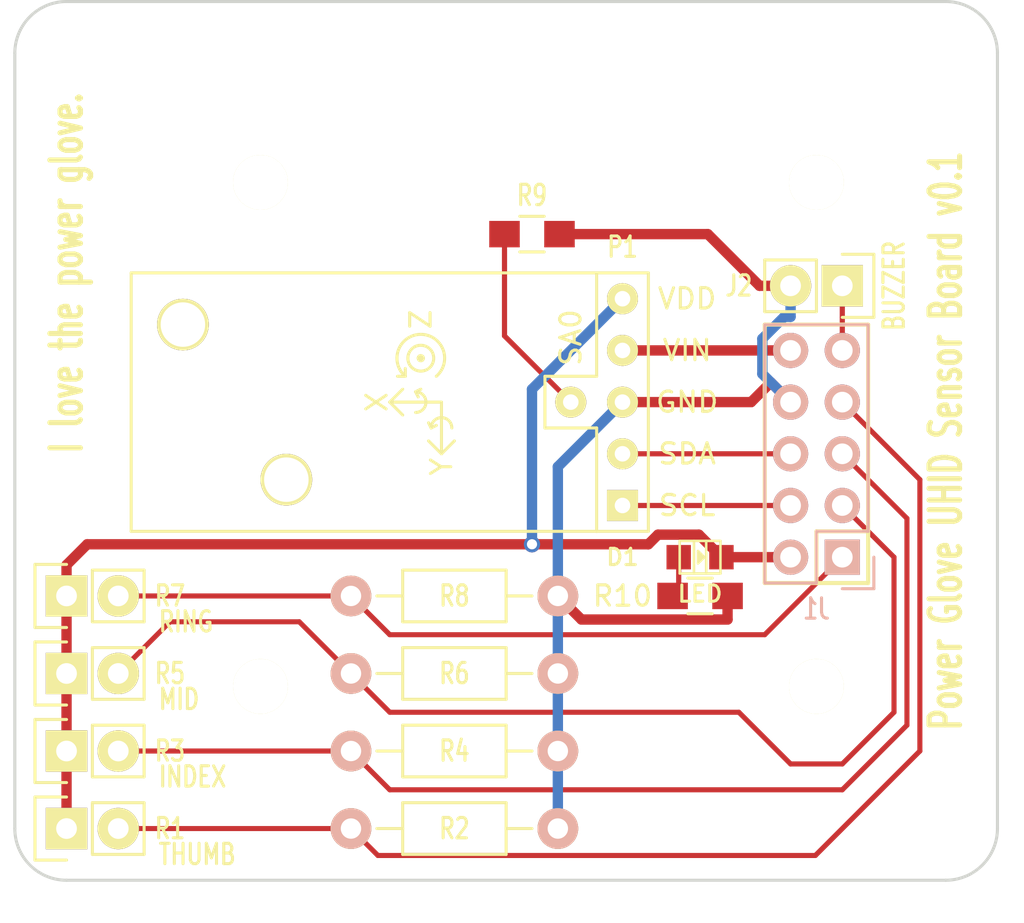
<source format=kicad_pcb>
(kicad_pcb (version 20171130) (host pcbnew "(5.1.12)-1")

  (general
    (thickness 1.6)
    (drawings 25)
    (tracks 67)
    (zones 0)
    (modules 18)
    (nets 13)
  )

  (page USLetter)
  (title_block
    (title "Power Glove UHID Sensor Board")
    (date 2016-03-24)
    (rev 0.1)
  )

  (layers
    (0 F.Cu signal)
    (31 B.Cu signal)
    (32 B.Adhes user hide)
    (33 F.Adhes user hide)
    (34 B.Paste user)
    (35 F.Paste user)
    (36 B.SilkS user)
    (37 F.SilkS user)
    (38 B.Mask user)
    (39 F.Mask user)
    (40 Dwgs.User user)
    (41 Cmts.User user)
    (42 Eco1.User user)
    (43 Eco2.User user)
    (44 Edge.Cuts user)
    (45 Margin user)
    (46 B.CrtYd user)
    (47 F.CrtYd user)
    (48 B.Fab user)
    (49 F.Fab user)
  )

  (setup
    (last_trace_width 0.254)
    (user_trace_width 0.254)
    (user_trace_width 0.508)
    (user_trace_width 1.016)
    (trace_clearance 0.254)
    (zone_clearance 0.254)
    (zone_45_only no)
    (trace_min 0.2)
    (via_size 0.6)
    (via_drill 0.4)
    (via_min_size 0.4)
    (via_min_drill 0.3)
    (user_via 0.6 0.4)
    (user_via 0.8 0.5)
    (user_via 1 0.6)
    (uvia_size 0.3)
    (uvia_drill 0.1)
    (uvias_allowed no)
    (uvia_min_size 0.2)
    (uvia_min_drill 0.1)
    (edge_width 0.15)
    (segment_width 0.2)
    (pcb_text_width 0.3)
    (pcb_text_size 1.5 1.5)
    (mod_edge_width 0.15)
    (mod_text_size 0.75 1)
    (mod_text_width 0.15)
    (pad_size 1.7272 1.7272)
    (pad_drill 1.016)
    (pad_to_mask_clearance 0.2)
    (aux_axis_origin 127 76.2)
    (grid_origin 127 76.2)
    (visible_elements 7FFFFFFF)
    (pcbplotparams
      (layerselection 0x010f0_80000001)
      (usegerberextensions true)
      (usegerberattributes true)
      (usegerberadvancedattributes true)
      (creategerberjobfile true)
      (excludeedgelayer true)
      (linewidth 0.200000)
      (plotframeref false)
      (viasonmask false)
      (mode 1)
      (useauxorigin false)
      (hpglpennumber 1)
      (hpglpenspeed 20)
      (hpglpendiameter 15.000000)
      (psnegative false)
      (psa4output false)
      (plotreference true)
      (plotvalue false)
      (plotinvisibletext false)
      (padsonsilk false)
      (subtractmaskfromsilk false)
      (outputformat 1)
      (mirror false)
      (drillshape 0)
      (scaleselection 1)
      (outputdirectory "gerbers/sensor_board/"))
  )

  (net 0 "")
  (net 1 GND)
  (net 2 "Net-(P1-Pad6)")
  (net 3 /IMU_SCL)
  (net 4 /IMU_SDA)
  (net 5 +3V3)
  (net 6 /FLEX_THUMB)
  (net 7 /FLEX_INDEX)
  (net 8 /FLEX_MIDDLE)
  (net 9 /FLEX_RING)
  (net 10 /BUZZER)
  (net 11 "Net-(D1-Pad1)")
  (net 12 /VIN)

  (net_class Default "This is the default net class."
    (clearance 0.254)
    (trace_width 0.254)
    (via_dia 0.6)
    (via_drill 0.4)
    (uvia_dia 0.3)
    (uvia_drill 0.1)
    (add_net /BUZZER)
    (add_net /FLEX_INDEX)
    (add_net /FLEX_MIDDLE)
    (add_net /FLEX_RING)
    (add_net /FLEX_THUMB)
    (add_net /IMU_SCL)
    (add_net /IMU_SDA)
    (add_net "Net-(D1-Pad1)")
    (add_net "Net-(P1-Pad6)")
  )

  (net_class Power ""
    (clearance 0.254)
    (trace_width 0.508)
    (via_dia 0.8)
    (via_drill 0.5)
    (uvia_dia 0.3)
    (uvia_drill 0.1)
    (add_net +3V3)
    (add_net /VIN)
    (add_net GND)
  )

  (module Mounting_Holes:MountingHole_2.7mm_M2.5 (layer F.Cu) (tedit 56F256DF) (tstamp 56F381E5)
    (at 139.065 109.855)
    (descr "Mounting Hole 2.7mm, no annular, M2.5")
    (tags "mounting hole 2.7mm no annular m2.5")
    (fp_text reference REF**_4 (at 0 -3.7) (layer F.SilkS) hide
      (effects (font (size 1 0.75) (thickness 0.15)))
    )
    (fp_text value MountingHole_2.7mm_M2.5 (at 0 3.7) (layer F.Fab)
      (effects (font (size 1 1) (thickness 0.15)))
    )
    (fp_circle (center 0 0) (end 2.95 0) (layer F.CrtYd) (width 0.05))
    (fp_circle (center 0 0) (end 2.7 0) (layer Cmts.User) (width 0.15))
    (pad 1 np_thru_hole circle (at 0 0) (size 2.7 2.7) (drill 2.7) (layers *.Cu *.Mask F.SilkS))
  )

  (module Mounting_Holes:MountingHole_2.7mm_M2.5 (layer F.Cu) (tedit 56F256D6) (tstamp 56F381DF)
    (at 166.37 109.855)
    (descr "Mounting Hole 2.7mm, no annular, M2.5")
    (tags "mounting hole 2.7mm no annular m2.5")
    (fp_text reference REF**_3 (at 0 -3.7) (layer F.SilkS) hide
      (effects (font (size 1 0.75) (thickness 0.15)))
    )
    (fp_text value MountingHole_2.7mm_M2.5 (at 0 3.7) (layer F.Fab)
      (effects (font (size 1 1) (thickness 0.15)))
    )
    (fp_circle (center 0 0) (end 2.95 0) (layer F.CrtYd) (width 0.05))
    (fp_circle (center 0 0) (end 2.7 0) (layer Cmts.User) (width 0.15))
    (pad 1 np_thru_hole circle (at 0 0) (size 2.7 2.7) (drill 2.7) (layers *.Cu *.Mask F.SilkS))
  )

  (module Mounting_Holes:MountingHole_2.7mm_M2.5 (layer F.Cu) (tedit 56F256D9) (tstamp 56F381D9)
    (at 166.37 85.09)
    (descr "Mounting Hole 2.7mm, no annular, M2.5")
    (tags "mounting hole 2.7mm no annular m2.5")
    (fp_text reference REF**_2 (at 0 -3.7) (layer F.SilkS) hide
      (effects (font (size 1 0.75) (thickness 0.15)))
    )
    (fp_text value MountingHole_2.7mm_M2.5 (at 0 3.7) (layer F.Fab)
      (effects (font (size 1 1) (thickness 0.15)))
    )
    (fp_circle (center 0 0) (end 2.95 0) (layer F.CrtYd) (width 0.05))
    (fp_circle (center 0 0) (end 2.7 0) (layer Cmts.User) (width 0.15))
    (pad 1 np_thru_hole circle (at 0 0) (size 2.7 2.7) (drill 2.7) (layers *.Cu *.Mask F.SilkS))
  )

  (module custom:ALTIMU10 (layer F.Cu) (tedit 56C005D9) (tstamp 56C015C4)
    (at 156.845 95.885 90)
    (path /56C00ADD)
    (fp_text reference P1 (at 7.62 0 180) (layer F.SilkS)
      (effects (font (size 1 0.75) (thickness 0.15)))
    )
    (fp_text value CONN_01X06 (at 0 -5.08 90) (layer F.Fab)
      (effects (font (size 1 1) (thickness 0.15)))
    )
    (fp_circle (center 2.159 -9.906) (end 2.159 -10.033) (layer F.SilkS) (width 0.15))
    (fp_circle (center 2.159 -9.906) (end 2.159 -10.541) (layer F.SilkS) (width 0.15))
    (fp_line (start -6.35 1.27) (end -6.35 -1.27) (layer F.SilkS) (width 0.15))
    (fp_line (start 6.35 1.27) (end -6.35 1.27) (layer F.SilkS) (width 0.15))
    (fp_line (start 6.35 -1.27) (end 6.35 1.27) (layer F.SilkS) (width 0.15))
    (fp_line (start 1.27 -1.27) (end 6.35 -1.27) (layer F.SilkS) (width 0.15))
    (fp_line (start 1.27 -3.81) (end 1.27 -1.27) (layer F.SilkS) (width 0.15))
    (fp_line (start -1.27 -3.81) (end 1.27 -3.81) (layer F.SilkS) (width 0.15))
    (fp_line (start -1.27 -1.27) (end -1.27 -3.81) (layer F.SilkS) (width 0.15))
    (fp_line (start -6.35 -1.27) (end -1.27 -1.27) (layer F.SilkS) (width 0.15))
    (fp_line (start 6.35 -1.27) (end 6.35 -24.13) (layer F.SilkS) (width 0.15))
    (fp_line (start 6.35 -24.13) (end -6.35 -24.13) (layer F.SilkS) (width 0.15))
    (fp_line (start -6.35 -24.13) (end -6.35 -1.27) (layer F.SilkS) (width 0.15))
    (fp_line (start 0 -8.89) (end 0 -11.43) (layer F.SilkS) (width 0.15))
    (fp_line (start 0 -11.43) (end 0.635 -10.795) (layer F.SilkS) (width 0.15))
    (fp_line (start 0 -11.43) (end -0.635 -10.795) (layer F.SilkS) (width 0.15))
    (fp_line (start 0 -8.89) (end -2.54 -8.89) (layer F.SilkS) (width 0.15))
    (fp_line (start -2.54 -8.89) (end -1.905 -9.525) (layer F.SilkS) (width 0.15))
    (fp_line (start -2.54 -8.89) (end -1.905 -8.255) (layer F.SilkS) (width 0.15))
    (fp_line (start 2.159 -10.033) (end 2.159 -9.779) (layer F.SilkS) (width 0.15))
    (fp_line (start 1.27 -10.668) (end 1.27 -11.049) (layer F.SilkS) (width 0.15))
    (fp_line (start 1.27 -10.668) (end 1.651 -10.668) (layer F.SilkS) (width 0.15))
    (fp_line (start -1.27 -9.398) (end -1.016 -9.525) (layer F.SilkS) (width 0.15))
    (fp_line (start -1.27 -9.398) (end -1.143 -9.144) (layer F.SilkS) (width 0.15))
    (fp_line (start 0.508 -10.16) (end 0.254 -10.033) (layer F.SilkS) (width 0.15))
    (fp_line (start 0.508 -10.16) (end 0.635 -9.906) (layer F.SilkS) (width 0.15))
    (fp_text user Z (at 4.064 -9.906 90) (layer F.SilkS)
      (effects (font (size 1 1) (thickness 0.15)))
    )
    (fp_text user Y (at -3.175 -8.89 90) (layer F.SilkS)
      (effects (font (size 1 1) (thickness 0.15)))
    )
    (fp_text user X (at 0 -12.065 90) (layer F.SilkS)
      (effects (font (size 1 1) (thickness 0.15)))
    )
    (fp_text user SA0 (at 3.175 -2.54 90) (layer F.SilkS)
      (effects (font (size 1 1) (thickness 0.15)))
    )
    (fp_text user VDD (at 5.08 3.175) (layer F.SilkS)
      (effects (font (size 1 1) (thickness 0.15)))
    )
    (fp_text user VIN (at 2.54 3.175 180) (layer F.SilkS)
      (effects (font (size 1 1) (thickness 0.15)))
    )
    (fp_text user GND (at 0 3.175 180) (layer F.SilkS)
      (effects (font (size 1 1) (thickness 0.15)))
    )
    (fp_text user SDA (at -2.54 3.175 180) (layer F.SilkS)
      (effects (font (size 1 1) (thickness 0.15)))
    )
    (fp_text user SCL (at -5.08 3.175 180) (layer F.SilkS)
      (effects (font (size 1 1) (thickness 0.15)))
    )
    (fp_arc (start -1.27 -8.89) (end -1.27 -9.398) (angle 180) (layer F.SilkS) (width 0.15))
    (fp_arc (start 0 -10.16) (end 0.508 -10.16) (angle 180) (layer F.SilkS) (width 0.15))
    (fp_arc (start 2.159 -9.906) (end 1.27 -10.668) (angle 278.7974107) (layer F.SilkS) (width 0.15))
    (pad 6 thru_hole circle (at 0 -2.54 90) (size 1.524 1.524) (drill 0.762) (layers *.Cu *.Mask F.SilkS)
      (net 2 "Net-(P1-Pad6)"))
    (pad 1 thru_hole rect (at -5.08 0 90) (size 1.524 1.524) (drill 0.762) (layers *.Cu *.Mask F.SilkS)
      (net 3 /IMU_SCL))
    (pad 2 thru_hole circle (at -2.54 0 90) (size 1.524 1.524) (drill 0.762) (layers *.Cu *.Mask F.SilkS)
      (net 4 /IMU_SDA))
    (pad 3 thru_hole circle (at 0 0 90) (size 1.524 1.524) (drill 0.762) (layers *.Cu *.Mask F.SilkS)
      (net 1 GND))
    (pad 4 thru_hole circle (at 2.54 0 90) (size 1.524 1.524) (drill 0.762) (layers *.Cu *.Mask F.SilkS)
      (net 12 /VIN))
    (pad 5 thru_hole circle (at 5.08 0 90) (size 1.524 1.524) (drill 0.762) (layers *.Cu *.Mask F.SilkS)
      (net 5 +3V3))
    (pad "" np_thru_hole circle (at 3.81 -21.59 90) (size 2.54 2.54) (drill 2.1844) (layers *.Cu *.Mask F.SilkS))
    (pad "" np_thru_hole circle (at -3.81 -16.51 90) (size 2.54 2.54) (drill 2.1844) (layers *.Cu *.Mask F.SilkS))
  )

  (module Resistors_SMD:R_0805_HandSoldering (layer F.Cu) (tedit 54189DEE) (tstamp 56C01602)
    (at 152.4 87.63 180)
    (descr "Resistor SMD 0805, hand soldering")
    (tags "resistor 0805")
    (path /56C0184F)
    (attr smd)
    (fp_text reference R9 (at 0 1.905 180) (layer F.SilkS)
      (effects (font (size 1 0.75) (thickness 0.15)))
    )
    (fp_text value DNP (at 0 2.1 180) (layer F.Fab)
      (effects (font (size 1 1) (thickness 0.15)))
    )
    (fp_line (start -0.6 -0.875) (end 0.6 -0.875) (layer F.SilkS) (width 0.15))
    (fp_line (start 0.6 0.875) (end -0.6 0.875) (layer F.SilkS) (width 0.15))
    (fp_line (start 2.4 -1) (end 2.4 1) (layer F.CrtYd) (width 0.05))
    (fp_line (start -2.4 -1) (end -2.4 1) (layer F.CrtYd) (width 0.05))
    (fp_line (start -2.4 1) (end 2.4 1) (layer F.CrtYd) (width 0.05))
    (fp_line (start -2.4 -1) (end 2.4 -1) (layer F.CrtYd) (width 0.05))
    (pad 1 smd rect (at -1.35 0 180) (size 1.5 1.3) (layers F.Cu F.Paste F.Mask)
      (net 1 GND))
    (pad 2 smd rect (at 1.35 0 180) (size 1.5 1.3) (layers F.Cu F.Paste F.Mask)
      (net 2 "Net-(P1-Pad6)"))
    (model Resistors_SMD.3dshapes/R_0805_HandSoldering.wrl
      (at (xyz 0 0 0))
      (scale (xyz 1 1 1))
      (rotate (xyz 0 0 0))
    )
  )

  (module Socket_Strips:Socket_Strip_Straight_1x02 (layer F.Cu) (tedit 54E9F75E) (tstamp 56C01FB4)
    (at 129.54 116.84)
    (descr "Through hole socket strip")
    (tags "socket strip")
    (path /56BFFADF)
    (fp_text reference R1 (at 5.08 0 180) (layer F.SilkS)
      (effects (font (size 1 0.75) (thickness 0.15)))
    )
    (fp_text value PG_FLEX (at 0 -3.1) (layer F.Fab)
      (effects (font (size 1 1) (thickness 0.15)))
    )
    (fp_line (start 3.81 -1.27) (end 3.81 1.27) (layer F.SilkS) (width 0.15))
    (fp_line (start 1.27 -1.27) (end 3.81 -1.27) (layer F.SilkS) (width 0.15))
    (fp_line (start -1.55 -1.55) (end -1.55 1.55) (layer F.SilkS) (width 0.15))
    (fp_line (start 0 -1.55) (end -1.55 -1.55) (layer F.SilkS) (width 0.15))
    (fp_line (start 1.27 1.27) (end 1.27 -1.27) (layer F.SilkS) (width 0.15))
    (fp_line (start -1.75 1.75) (end 4.3 1.75) (layer F.CrtYd) (width 0.05))
    (fp_line (start -1.75 -1.75) (end 4.3 -1.75) (layer F.CrtYd) (width 0.05))
    (fp_line (start 4.3 -1.75) (end 4.3 1.75) (layer F.CrtYd) (width 0.05))
    (fp_line (start -1.75 -1.75) (end -1.75 1.75) (layer F.CrtYd) (width 0.05))
    (fp_line (start 3.81 1.27) (end 1.27 1.27) (layer F.SilkS) (width 0.15))
    (fp_line (start -1.55 1.55) (end 0 1.55) (layer F.SilkS) (width 0.15))
    (pad 1 thru_hole rect (at 0 0) (size 2.032 2.032) (drill 1.016) (layers *.Cu *.Mask F.SilkS)
      (net 5 +3V3))
    (pad 2 thru_hole oval (at 2.54 0) (size 2.032 2.032) (drill 1.016) (layers *.Cu *.Mask F.SilkS)
      (net 6 /FLEX_THUMB))
  )

  (module Socket_Strips:Socket_Strip_Straight_1x02 (layer F.Cu) (tedit 54E9F75E) (tstamp 56C01FB9)
    (at 129.54 113.03)
    (descr "Through hole socket strip")
    (tags "socket strip")
    (path /56BFFCC9)
    (fp_text reference R3 (at 5.08 0 180) (layer F.SilkS)
      (effects (font (size 1 0.75) (thickness 0.15)))
    )
    (fp_text value PG_FLEX (at 0 -3.1) (layer F.Fab)
      (effects (font (size 1 1) (thickness 0.15)))
    )
    (fp_line (start 3.81 -1.27) (end 3.81 1.27) (layer F.SilkS) (width 0.15))
    (fp_line (start 1.27 -1.27) (end 3.81 -1.27) (layer F.SilkS) (width 0.15))
    (fp_line (start -1.55 -1.55) (end -1.55 1.55) (layer F.SilkS) (width 0.15))
    (fp_line (start 0 -1.55) (end -1.55 -1.55) (layer F.SilkS) (width 0.15))
    (fp_line (start 1.27 1.27) (end 1.27 -1.27) (layer F.SilkS) (width 0.15))
    (fp_line (start -1.75 1.75) (end 4.3 1.75) (layer F.CrtYd) (width 0.05))
    (fp_line (start -1.75 -1.75) (end 4.3 -1.75) (layer F.CrtYd) (width 0.05))
    (fp_line (start 4.3 -1.75) (end 4.3 1.75) (layer F.CrtYd) (width 0.05))
    (fp_line (start -1.75 -1.75) (end -1.75 1.75) (layer F.CrtYd) (width 0.05))
    (fp_line (start 3.81 1.27) (end 1.27 1.27) (layer F.SilkS) (width 0.15))
    (fp_line (start -1.55 1.55) (end 0 1.55) (layer F.SilkS) (width 0.15))
    (pad 1 thru_hole rect (at 0 0) (size 2.032 2.032) (drill 1.016) (layers *.Cu *.Mask F.SilkS)
      (net 5 +3V3))
    (pad 2 thru_hole oval (at 2.54 0) (size 2.032 2.032) (drill 1.016) (layers *.Cu *.Mask F.SilkS)
      (net 7 /FLEX_INDEX))
  )

  (module Socket_Strips:Socket_Strip_Straight_1x02 (layer F.Cu) (tedit 54E9F75E) (tstamp 56C01FBE)
    (at 129.54 109.22)
    (descr "Through hole socket strip")
    (tags "socket strip")
    (path /56BFFCE5)
    (fp_text reference R5 (at 5.08 0 180) (layer F.SilkS)
      (effects (font (size 1 0.75) (thickness 0.15)))
    )
    (fp_text value PG_FLEX (at 0 -3.1) (layer F.Fab)
      (effects (font (size 1 1) (thickness 0.15)))
    )
    (fp_line (start 3.81 -1.27) (end 3.81 1.27) (layer F.SilkS) (width 0.15))
    (fp_line (start 1.27 -1.27) (end 3.81 -1.27) (layer F.SilkS) (width 0.15))
    (fp_line (start -1.55 -1.55) (end -1.55 1.55) (layer F.SilkS) (width 0.15))
    (fp_line (start 0 -1.55) (end -1.55 -1.55) (layer F.SilkS) (width 0.15))
    (fp_line (start 1.27 1.27) (end 1.27 -1.27) (layer F.SilkS) (width 0.15))
    (fp_line (start -1.75 1.75) (end 4.3 1.75) (layer F.CrtYd) (width 0.05))
    (fp_line (start -1.75 -1.75) (end 4.3 -1.75) (layer F.CrtYd) (width 0.05))
    (fp_line (start 4.3 -1.75) (end 4.3 1.75) (layer F.CrtYd) (width 0.05))
    (fp_line (start -1.75 -1.75) (end -1.75 1.75) (layer F.CrtYd) (width 0.05))
    (fp_line (start 3.81 1.27) (end 1.27 1.27) (layer F.SilkS) (width 0.15))
    (fp_line (start -1.55 1.55) (end 0 1.55) (layer F.SilkS) (width 0.15))
    (pad 1 thru_hole rect (at 0 0) (size 2.032 2.032) (drill 1.016) (layers *.Cu *.Mask F.SilkS)
      (net 5 +3V3))
    (pad 2 thru_hole oval (at 2.54 0) (size 2.032 2.032) (drill 1.016) (layers *.Cu *.Mask F.SilkS)
      (net 8 /FLEX_MIDDLE))
  )

  (module Socket_Strips:Socket_Strip_Straight_1x02 (layer F.Cu) (tedit 54E9F75E) (tstamp 56C01FC3)
    (at 129.54 105.41)
    (descr "Through hole socket strip")
    (tags "socket strip")
    (path /56BFFD38)
    (fp_text reference R7 (at 5.08 0 180) (layer F.SilkS)
      (effects (font (size 1 0.75) (thickness 0.15)))
    )
    (fp_text value PG_FLEX (at 0 -3.1) (layer F.Fab)
      (effects (font (size 1 1) (thickness 0.15)))
    )
    (fp_line (start 3.81 -1.27) (end 3.81 1.27) (layer F.SilkS) (width 0.15))
    (fp_line (start 1.27 -1.27) (end 3.81 -1.27) (layer F.SilkS) (width 0.15))
    (fp_line (start -1.55 -1.55) (end -1.55 1.55) (layer F.SilkS) (width 0.15))
    (fp_line (start 0 -1.55) (end -1.55 -1.55) (layer F.SilkS) (width 0.15))
    (fp_line (start 1.27 1.27) (end 1.27 -1.27) (layer F.SilkS) (width 0.15))
    (fp_line (start -1.75 1.75) (end 4.3 1.75) (layer F.CrtYd) (width 0.05))
    (fp_line (start -1.75 -1.75) (end 4.3 -1.75) (layer F.CrtYd) (width 0.05))
    (fp_line (start 4.3 -1.75) (end 4.3 1.75) (layer F.CrtYd) (width 0.05))
    (fp_line (start -1.75 -1.75) (end -1.75 1.75) (layer F.CrtYd) (width 0.05))
    (fp_line (start 3.81 1.27) (end 1.27 1.27) (layer F.SilkS) (width 0.15))
    (fp_line (start -1.55 1.55) (end 0 1.55) (layer F.SilkS) (width 0.15))
    (pad 1 thru_hole rect (at 0 0) (size 2.032 2.032) (drill 1.016) (layers *.Cu *.Mask F.SilkS)
      (net 5 +3V3))
    (pad 2 thru_hole oval (at 2.54 0) (size 2.032 2.032) (drill 1.016) (layers *.Cu *.Mask F.SilkS)
      (net 9 /FLEX_RING))
  )

  (module Socket_Strips:Socket_Strip_Straight_2x05 (layer B.Cu) (tedit 56F259BC) (tstamp 56EFCD26)
    (at 167.64 103.505 90)
    (descr "Through hole socket strip")
    (tags "socket strip")
    (path /56EFE1BF)
    (fp_text reference J1 (at -2.54 -1.27) (layer B.SilkS)
      (effects (font (size 1 0.75) (thickness 0.15)) (justify mirror))
    )
    (fp_text value HEADER_5x2 (at 0 3.1 90) (layer B.Fab)
      (effects (font (size 1 1) (thickness 0.15)) (justify mirror))
    )
    (fp_line (start -1.55 1.55) (end -1.55 0) (layer B.SilkS) (width 0.15))
    (fp_line (start 1.27 -1.27) (end 1.27 1.27) (layer B.SilkS) (width 0.15))
    (fp_line (start -1.27 -1.27) (end 1.27 -1.27) (layer B.SilkS) (width 0.15))
    (fp_line (start 0 1.55) (end -1.55 1.55) (layer B.SilkS) (width 0.15))
    (fp_line (start -1.27 -3.81) (end -1.27 -1.27) (layer B.SilkS) (width 0.15))
    (fp_line (start 11.43 1.27) (end 1.27 1.27) (layer B.SilkS) (width 0.15))
    (fp_line (start 11.43 -3.81) (end 11.43 1.27) (layer B.SilkS) (width 0.15))
    (fp_line (start -1.27 -3.81) (end 11.43 -3.81) (layer B.SilkS) (width 0.15))
    (fp_line (start -1.75 -4.3) (end 11.95 -4.3) (layer B.CrtYd) (width 0.05))
    (fp_line (start -1.75 1.75) (end 11.95 1.75) (layer B.CrtYd) (width 0.05))
    (fp_line (start 11.95 1.75) (end 11.95 -4.3) (layer B.CrtYd) (width 0.05))
    (fp_line (start -1.75 1.75) (end -1.75 -4.3) (layer B.CrtYd) (width 0.05))
    (pad 1 thru_hole rect (at 0 0 90) (size 1.7272 1.7272) (drill 1.016) (layers *.Cu *.Mask B.SilkS)
      (net 9 /FLEX_RING))
    (pad 2 thru_hole oval (at 0 -2.54 90) (size 1.7272 1.7272) (drill 1.016) (layers *.Cu *.Mask B.SilkS)
      (net 5 +3V3))
    (pad 3 thru_hole oval (at 2.54 0 90) (size 1.7272 1.7272) (drill 1.016) (layers *.Cu *.Mask B.SilkS)
      (net 8 /FLEX_MIDDLE))
    (pad 4 thru_hole oval (at 2.54 -2.54 90) (size 1.7272 1.7272) (drill 1.016) (layers *.Cu *.Mask B.SilkS)
      (net 3 /IMU_SCL))
    (pad 5 thru_hole oval (at 5.08 0 90) (size 1.7272 1.7272) (drill 1.016) (layers *.Cu *.Mask B.SilkS)
      (net 7 /FLEX_INDEX))
    (pad 6 thru_hole oval (at 5.08 -2.54 90) (size 1.7272 1.7272) (drill 1.016) (layers *.Cu *.Mask B.SilkS)
      (net 4 /IMU_SDA))
    (pad 7 thru_hole oval (at 7.62 0 90) (size 1.7272 1.7272) (drill 1.016) (layers *.Cu *.Mask B.SilkS)
      (net 6 /FLEX_THUMB))
    (pad 8 thru_hole oval (at 7.62 -2.54 45) (size 1.7272 1.7272) (drill 1.016) (layers *.Cu *.Mask B.SilkS)
      (net 1 GND))
    (pad 9 thru_hole oval (at 10.16 0 90) (size 1.7272 1.7272) (drill 1.016) (layers *.Cu *.Mask B.SilkS)
      (net 10 /BUZZER))
    (pad 10 thru_hole oval (at 10.16 -2.54 90) (size 1.7272 1.7272) (drill 1.016) (layers *.Cu *.Mask B.SilkS)
      (net 12 /VIN))
  )

  (module Socket_Strips:Socket_Strip_Straight_1x02 (layer F.Cu) (tedit 54E9F75E) (tstamp 56EFCD2C)
    (at 167.64 90.17 180)
    (descr "Through hole socket strip")
    (tags "socket strip")
    (path /56F01005)
    (fp_text reference J2 (at 5.08 0) (layer F.SilkS)
      (effects (font (size 1 0.75) (thickness 0.15)))
    )
    (fp_text value HEADER_2 (at 0 -3.1 180) (layer F.Fab)
      (effects (font (size 1 1) (thickness 0.15)))
    )
    (fp_line (start 3.81 -1.27) (end 3.81 1.27) (layer F.SilkS) (width 0.15))
    (fp_line (start 1.27 -1.27) (end 3.81 -1.27) (layer F.SilkS) (width 0.15))
    (fp_line (start -1.55 -1.55) (end -1.55 1.55) (layer F.SilkS) (width 0.15))
    (fp_line (start 0 -1.55) (end -1.55 -1.55) (layer F.SilkS) (width 0.15))
    (fp_line (start 1.27 1.27) (end 1.27 -1.27) (layer F.SilkS) (width 0.15))
    (fp_line (start -1.75 1.75) (end 4.3 1.75) (layer F.CrtYd) (width 0.05))
    (fp_line (start -1.75 -1.75) (end 4.3 -1.75) (layer F.CrtYd) (width 0.05))
    (fp_line (start 4.3 -1.75) (end 4.3 1.75) (layer F.CrtYd) (width 0.05))
    (fp_line (start -1.75 -1.75) (end -1.75 1.75) (layer F.CrtYd) (width 0.05))
    (fp_line (start 3.81 1.27) (end 1.27 1.27) (layer F.SilkS) (width 0.15))
    (fp_line (start -1.55 1.55) (end 0 1.55) (layer F.SilkS) (width 0.15))
    (pad 1 thru_hole rect (at 0 0 180) (size 2.032 2.032) (drill 1.016) (layers *.Cu *.Mask F.SilkS)
      (net 10 /BUZZER))
    (pad 2 thru_hole oval (at 2.54 0 180) (size 2.032 2.032) (drill 1.016) (layers *.Cu *.Mask F.SilkS)
      (net 1 GND))
  )

  (module Resistors_ThroughHole:Resistor_Horizontal_RM10mm (layer F.Cu) (tedit 56648415) (tstamp 56EFCD55)
    (at 143.51 116.84)
    (descr "Resistor, Axial,  RM 10mm, 1/3W")
    (tags "Resistor Axial RM 10mm 1/3W")
    (path /56BFFF55)
    (fp_text reference R2 (at 5.08 0) (layer F.SilkS)
      (effects (font (size 1 0.75) (thickness 0.15)))
    )
    (fp_text value 1M (at 5.08 3.81) (layer F.Fab)
      (effects (font (size 1 1) (thickness 0.15)))
    )
    (fp_line (start 7.62 0) (end 8.89 0) (layer F.SilkS) (width 0.15))
    (fp_line (start 2.54 0) (end 1.27 0) (layer F.SilkS) (width 0.15))
    (fp_line (start 2.54 1.27) (end 2.54 -1.27) (layer F.SilkS) (width 0.15))
    (fp_line (start 7.62 1.27) (end 2.54 1.27) (layer F.SilkS) (width 0.15))
    (fp_line (start 7.62 -1.27) (end 7.62 1.27) (layer F.SilkS) (width 0.15))
    (fp_line (start 2.54 -1.27) (end 7.62 -1.27) (layer F.SilkS) (width 0.15))
    (fp_line (start -1.25 1.5) (end 11.4 1.5) (layer F.CrtYd) (width 0.05))
    (fp_line (start 11.4 -1.5) (end 11.4 1.5) (layer F.CrtYd) (width 0.05))
    (fp_line (start -1.25 1.5) (end -1.25 -1.5) (layer F.CrtYd) (width 0.05))
    (fp_line (start -1.25 -1.5) (end 11.4 -1.5) (layer F.CrtYd) (width 0.05))
    (pad 1 thru_hole circle (at 0 0) (size 1.99898 1.99898) (drill 1.00076) (layers *.Cu *.SilkS *.Mask)
      (net 6 /FLEX_THUMB))
    (pad 2 thru_hole circle (at 10.16 0) (size 1.99898 1.99898) (drill 1.00076) (layers *.Cu *.SilkS *.Mask)
      (net 1 GND))
    (model Resistors_ThroughHole.3dshapes/Resistor_Horizontal_RM10mm.wrl
      (offset (xyz 5.079999923706055 0 0))
      (scale (xyz 0.4 0.4 0.4))
      (rotate (xyz 0 0 0))
    )
  )

  (module Resistors_ThroughHole:Resistor_Horizontal_RM10mm (layer F.Cu) (tedit 56648415) (tstamp 56EFCD5A)
    (at 143.51 113.03)
    (descr "Resistor, Axial,  RM 10mm, 1/3W")
    (tags "Resistor Axial RM 10mm 1/3W")
    (path /56BFFFCC)
    (fp_text reference R4 (at 5.08 0) (layer F.SilkS)
      (effects (font (size 1 0.75) (thickness 0.15)))
    )
    (fp_text value 1M (at 5.08 3.81) (layer F.Fab)
      (effects (font (size 1 1) (thickness 0.15)))
    )
    (fp_line (start 7.62 0) (end 8.89 0) (layer F.SilkS) (width 0.15))
    (fp_line (start 2.54 0) (end 1.27 0) (layer F.SilkS) (width 0.15))
    (fp_line (start 2.54 1.27) (end 2.54 -1.27) (layer F.SilkS) (width 0.15))
    (fp_line (start 7.62 1.27) (end 2.54 1.27) (layer F.SilkS) (width 0.15))
    (fp_line (start 7.62 -1.27) (end 7.62 1.27) (layer F.SilkS) (width 0.15))
    (fp_line (start 2.54 -1.27) (end 7.62 -1.27) (layer F.SilkS) (width 0.15))
    (fp_line (start -1.25 1.5) (end 11.4 1.5) (layer F.CrtYd) (width 0.05))
    (fp_line (start 11.4 -1.5) (end 11.4 1.5) (layer F.CrtYd) (width 0.05))
    (fp_line (start -1.25 1.5) (end -1.25 -1.5) (layer F.CrtYd) (width 0.05))
    (fp_line (start -1.25 -1.5) (end 11.4 -1.5) (layer F.CrtYd) (width 0.05))
    (pad 1 thru_hole circle (at 0 0) (size 1.99898 1.99898) (drill 1.00076) (layers *.Cu *.SilkS *.Mask)
      (net 7 /FLEX_INDEX))
    (pad 2 thru_hole circle (at 10.16 0) (size 1.99898 1.99898) (drill 1.00076) (layers *.Cu *.SilkS *.Mask)
      (net 1 GND))
    (model Resistors_ThroughHole.3dshapes/Resistor_Horizontal_RM10mm.wrl
      (offset (xyz 5.079999923706055 0 0))
      (scale (xyz 0.4 0.4 0.4))
      (rotate (xyz 0 0 0))
    )
  )

  (module Resistors_ThroughHole:Resistor_Horizontal_RM10mm (layer F.Cu) (tedit 56648415) (tstamp 56EFCD5F)
    (at 143.51 109.22)
    (descr "Resistor, Axial,  RM 10mm, 1/3W")
    (tags "Resistor Axial RM 10mm 1/3W")
    (path /56BFFFF6)
    (fp_text reference R6 (at 5.08 0) (layer F.SilkS)
      (effects (font (size 1 0.75) (thickness 0.15)))
    )
    (fp_text value 1M (at 5.08 3.81) (layer F.Fab)
      (effects (font (size 1 1) (thickness 0.15)))
    )
    (fp_line (start 7.62 0) (end 8.89 0) (layer F.SilkS) (width 0.15))
    (fp_line (start 2.54 0) (end 1.27 0) (layer F.SilkS) (width 0.15))
    (fp_line (start 2.54 1.27) (end 2.54 -1.27) (layer F.SilkS) (width 0.15))
    (fp_line (start 7.62 1.27) (end 2.54 1.27) (layer F.SilkS) (width 0.15))
    (fp_line (start 7.62 -1.27) (end 7.62 1.27) (layer F.SilkS) (width 0.15))
    (fp_line (start 2.54 -1.27) (end 7.62 -1.27) (layer F.SilkS) (width 0.15))
    (fp_line (start -1.25 1.5) (end 11.4 1.5) (layer F.CrtYd) (width 0.05))
    (fp_line (start 11.4 -1.5) (end 11.4 1.5) (layer F.CrtYd) (width 0.05))
    (fp_line (start -1.25 1.5) (end -1.25 -1.5) (layer F.CrtYd) (width 0.05))
    (fp_line (start -1.25 -1.5) (end 11.4 -1.5) (layer F.CrtYd) (width 0.05))
    (pad 1 thru_hole circle (at 0 0) (size 1.99898 1.99898) (drill 1.00076) (layers *.Cu *.SilkS *.Mask)
      (net 8 /FLEX_MIDDLE))
    (pad 2 thru_hole circle (at 10.16 0) (size 1.99898 1.99898) (drill 1.00076) (layers *.Cu *.SilkS *.Mask)
      (net 1 GND))
    (model Resistors_ThroughHole.3dshapes/Resistor_Horizontal_RM10mm.wrl
      (offset (xyz 5.079999923706055 0 0))
      (scale (xyz 0.4 0.4 0.4))
      (rotate (xyz 0 0 0))
    )
  )

  (module Resistors_ThroughHole:Resistor_Horizontal_RM10mm (layer F.Cu) (tedit 56648415) (tstamp 56EFCD64)
    (at 143.51 105.41)
    (descr "Resistor, Axial,  RM 10mm, 1/3W")
    (tags "Resistor Axial RM 10mm 1/3W")
    (path /56C00025)
    (fp_text reference R8 (at 5.08 0) (layer F.SilkS)
      (effects (font (size 1 0.75) (thickness 0.15)))
    )
    (fp_text value 1M (at 5.08 3.81) (layer F.Fab)
      (effects (font (size 1 1) (thickness 0.15)))
    )
    (fp_line (start 7.62 0) (end 8.89 0) (layer F.SilkS) (width 0.15))
    (fp_line (start 2.54 0) (end 1.27 0) (layer F.SilkS) (width 0.15))
    (fp_line (start 2.54 1.27) (end 2.54 -1.27) (layer F.SilkS) (width 0.15))
    (fp_line (start 7.62 1.27) (end 2.54 1.27) (layer F.SilkS) (width 0.15))
    (fp_line (start 7.62 -1.27) (end 7.62 1.27) (layer F.SilkS) (width 0.15))
    (fp_line (start 2.54 -1.27) (end 7.62 -1.27) (layer F.SilkS) (width 0.15))
    (fp_line (start -1.25 1.5) (end 11.4 1.5) (layer F.CrtYd) (width 0.05))
    (fp_line (start 11.4 -1.5) (end 11.4 1.5) (layer F.CrtYd) (width 0.05))
    (fp_line (start -1.25 1.5) (end -1.25 -1.5) (layer F.CrtYd) (width 0.05))
    (fp_line (start -1.25 -1.5) (end 11.4 -1.5) (layer F.CrtYd) (width 0.05))
    (pad 1 thru_hole circle (at 0 0) (size 1.99898 1.99898) (drill 1.00076) (layers *.Cu *.SilkS *.Mask)
      (net 9 /FLEX_RING))
    (pad 2 thru_hole circle (at 10.16 0) (size 1.99898 1.99898) (drill 1.00076) (layers *.Cu *.SilkS *.Mask)
      (net 1 GND))
    (model Resistors_ThroughHole.3dshapes/Resistor_Horizontal_RM10mm.wrl
      (offset (xyz 5.079999923706055 0 0))
      (scale (xyz 0.4 0.4 0.4))
      (rotate (xyz 0 0 0))
    )
  )

  (module Mounting_Holes:MountingHole_2.7mm_M2.5 (layer F.Cu) (tedit 56F256DC) (tstamp 56F381D7)
    (at 139.065 85.09)
    (descr "Mounting Hole 2.7mm, no annular, M2.5")
    (tags "mounting hole 2.7mm no annular m2.5")
    (fp_text reference REF** (at 0 -3.7) (layer F.SilkS) hide
      (effects (font (size 1 0.75) (thickness 0.15)))
    )
    (fp_text value MountingHole_2.7mm_M2.5 (at 0 3.7) (layer F.Fab)
      (effects (font (size 1 1) (thickness 0.15)))
    )
    (fp_circle (center 0 0) (end 2.95 0) (layer F.CrtYd) (width 0.05))
    (fp_circle (center 0 0) (end 2.7 0) (layer Cmts.User) (width 0.15))
    (pad 1 np_thru_hole circle (at 0 0) (size 2.7 2.7) (drill 2.7) (layers *.Cu *.Mask F.SilkS))
  )

  (module w_smd_leds:Led_0805 (layer F.Cu) (tedit 0) (tstamp 56F5F66F)
    (at 160.655 103.505)
    (descr "SMD LED, 0805")
    (path /56F271D5)
    (fp_text reference D1 (at -3.81 0) (layer F.SilkS)
      (effects (font (size 0.8001 0.8001) (thickness 0.14986)))
    )
    (fp_text value LED (at 0 1.80086) (layer F.SilkS)
      (effects (font (size 0.8001 0.8001) (thickness 0.14986)))
    )
    (fp_line (start -1.00076 0.8001) (end -1.00076 -0.8001) (layer F.SilkS) (width 0.127))
    (fp_line (start 1.00076 0.8001) (end -1.00076 0.8001) (layer F.SilkS) (width 0.127))
    (fp_line (start 1.00076 -0.8001) (end 1.00076 0.8001) (layer F.SilkS) (width 0.127))
    (fp_line (start -1.00076 -0.8001) (end 1.00076 -0.8001) (layer F.SilkS) (width 0.127))
    (fp_line (start -0.29972 -0.8001) (end -0.29972 0.8001) (layer F.SilkS) (width 0.127))
    (fp_line (start 0.29972 0.8001) (end 0.29972 -0.8001) (layer F.SilkS) (width 0.127))
    (fp_line (start 0 -0.20066) (end 0 0.20066) (layer F.SilkS) (width 0.127))
    (fp_line (start 0.09906 0.09906) (end 0.09906 -0.09906) (layer F.SilkS) (width 0.127))
    (fp_line (start -0.09906 0.29972) (end 0.20066 0) (layer F.SilkS) (width 0.127))
    (fp_line (start -0.09906 -0.29972) (end -0.09906 0.29972) (layer F.SilkS) (width 0.127))
    (fp_line (start 0.20066 0) (end -0.09906 -0.29972) (layer F.SilkS) (width 0.127))
    (pad 1 smd rect (at -1.04902 0) (size 1.19888 1.19888) (layers F.Cu F.Paste F.Mask)
      (net 11 "Net-(D1-Pad1)"))
    (pad 2 smd rect (at 1.04902 0) (size 1.19888 1.19888) (layers F.Cu F.Paste F.Mask)
      (net 5 +3V3))
    (model C:/Users/Nolan/Dropbox/Kicad/models/walter/smd_leds/led_0805.wrl
      (at (xyz 0 0 0))
      (scale (xyz 1 1 1))
      (rotate (xyz 0 0 0))
    )
  )

  (module Resistors_SMD:R_0805_HandSoldering (layer F.Cu) (tedit 54189DEE) (tstamp 56F5F67B)
    (at 160.655 105.41 180)
    (descr "Resistor SMD 0805, hand soldering")
    (tags "resistor 0805")
    (path /56F27C3E)
    (attr smd)
    (fp_text reference R10 (at 3.81 0 180) (layer F.SilkS)
      (effects (font (size 1 1) (thickness 0.15)))
    )
    (fp_text value 1k (at 0 2.1 180) (layer F.Fab)
      (effects (font (size 1 1) (thickness 0.15)))
    )
    (fp_line (start -0.6 -0.875) (end 0.6 -0.875) (layer F.SilkS) (width 0.15))
    (fp_line (start 0.6 0.875) (end -0.6 0.875) (layer F.SilkS) (width 0.15))
    (fp_line (start 2.4 -1) (end 2.4 1) (layer F.CrtYd) (width 0.05))
    (fp_line (start -2.4 -1) (end -2.4 1) (layer F.CrtYd) (width 0.05))
    (fp_line (start -2.4 1) (end 2.4 1) (layer F.CrtYd) (width 0.05))
    (fp_line (start -2.4 -1) (end 2.4 -1) (layer F.CrtYd) (width 0.05))
    (pad 1 smd rect (at -1.35 0 180) (size 1.5 1.3) (layers F.Cu F.Paste F.Mask)
      (net 1 GND))
    (pad 2 smd rect (at 1.35 0 180) (size 1.5 1.3) (layers F.Cu F.Paste F.Mask)
      (net 11 "Net-(D1-Pad1)"))
    (model Resistors_SMD.3dshapes/R_0805_HandSoldering.wrl
      (at (xyz 0 0 0))
      (scale (xyz 1 1 1))
      (rotate (xyz 0 0 0))
    )
  )

  (gr_line (start 166.37 102.235) (end 166.37 104.775) (layer F.SilkS) (width 0.2))
  (gr_line (start 168.91 102.235) (end 166.37 102.235) (layer F.SilkS) (width 0.2))
  (gr_line (start 163.83 104.775) (end 163.83 92.075) (layer F.SilkS) (width 0.2))
  (gr_line (start 168.91 104.775) (end 163.83 104.775) (layer F.SilkS) (width 0.2))
  (gr_line (start 168.91 92.075) (end 168.91 104.775) (layer F.SilkS) (width 0.2))
  (gr_line (start 163.83 92.075) (end 168.91 92.075) (layer F.SilkS) (width 0.2))
  (gr_line (start 127 116.84) (end 127 78.74) (layer Edge.Cuts) (width 0.15))
  (gr_line (start 172.72 119.38) (end 129.54 119.38) (layer Edge.Cuts) (width 0.15))
  (gr_line (start 175.26 78.74) (end 175.26 116.84) (layer Edge.Cuts) (width 0.15))
  (gr_line (start 129.54 76.2) (end 172.72 76.2) (layer Edge.Cuts) (width 0.15))
  (gr_text BUZZER (at 170.18 90.17 90) (layer F.SilkS) (tstamp 56F5FA5E)
    (effects (font (size 1 0.75) (thickness 0.15)))
  )
  (gr_text "I love the power glove." (at 129.54 89.535 90) (layer F.SilkS) (tstamp 56F5F6B9)
    (effects (font (size 1.5 1) (thickness 0.25)))
  )
  (gr_text RING (at 133.985 106.68) (layer F.SilkS) (tstamp 56F38B60)
    (effects (font (size 1 0.75) (thickness 0.15)) (justify left))
  )
  (gr_text MID (at 133.985 110.49) (layer F.SilkS) (tstamp 56F38B5D)
    (effects (font (size 1 0.75) (thickness 0.15)) (justify left))
  )
  (gr_text INDEX (at 133.985 114.3) (layer F.SilkS) (tstamp 56F38B5A)
    (effects (font (size 1 0.75) (thickness 0.15)) (justify left))
  )
  (gr_text THUMB (at 133.985 118.11) (layer F.SilkS)
    (effects (font (size 1 0.75) (thickness 0.15)) (justify left))
  )
  (gr_text "Power Glove UHID Sensor Board v0.1" (at 172.72 97.79 90) (layer F.SilkS)
    (effects (font (size 1.5 1) (thickness 0.25)))
  )
  (gr_arc (start 172.72 78.74) (end 172.72 76.2) (angle 90) (layer Edge.Cuts) (width 0.15))
  (gr_arc (start 172.72 116.84) (end 175.26 116.84) (angle 90) (layer Edge.Cuts) (width 0.15))
  (gr_arc (start 129.54 116.84) (end 129.54 119.38) (angle 90) (layer Edge.Cuts) (width 0.15))
  (gr_arc (start 129.54 78.74) (end 127 78.74) (angle 90) (layer Edge.Cuts) (width 0.15))
  (gr_circle (center 166.37 109.855) (end 166.37 109.22) (layer Cmts.User) (width 0.2))
  (gr_circle (center 166.37 85.09) (end 166.37 85.725) (layer Cmts.User) (width 0.2))
  (gr_circle (center 139.065 109.855) (end 139.065 109.22) (layer Cmts.User) (width 0.2))
  (gr_circle (center 139.065 85.09) (end 139.065 85.725) (layer Cmts.User) (width 0.2))

  (segment (start 165.1 90.17) (end 163.5759 90.17) (width 0.508) (layer F.Cu) (net 1))
  (segment (start 153.75 87.63) (end 161.0359 87.63) (width 0.508) (layer F.Cu) (net 1))
  (segment (start 161.0359 87.63) (end 163.5759 90.17) (width 0.508) (layer F.Cu) (net 1))
  (segment (start 153.67 105.41) (end 153.67 99.06) (width 0.508) (layer B.Cu) (net 1))
  (segment (start 153.67 99.06) (end 156.845 95.885) (width 0.508) (layer B.Cu) (net 1))
  (segment (start 153.67 109.22) (end 153.67 105.41) (width 0.508) (layer B.Cu) (net 1))
  (segment (start 165.1 90.17) (end 165.1 91.6941) (width 0.508) (layer B.Cu) (net 1))
  (segment (start 165.1 91.6941) (end 164.7874 91.6941) (width 0.508) (layer B.Cu) (net 1))
  (segment (start 164.7874 91.6941) (end 163.713 92.7685) (width 0.508) (layer B.Cu) (net 1))
  (segment (start 163.713 92.7685) (end 163.713 94.498) (width 0.508) (layer B.Cu) (net 1))
  (segment (start 163.713 94.498) (end 165.1 95.885) (width 0.508) (layer B.Cu) (net 1))
  (segment (start 165.1 95.885) (end 164.1301 94.915) (width 0.508) (layer F.Cu) (net 1))
  (segment (start 164.1301 94.915) (end 163.1601 95.885) (width 0.508) (layer F.Cu) (net 1))
  (segment (start 163.1601 95.885) (end 156.845 95.885) (width 0.508) (layer F.Cu) (net 1))
  (segment (start 162.005 105.41) (end 162.005 106.5681) (width 0.508) (layer F.Cu) (net 1))
  (segment (start 153.67 105.41) (end 154.8281 106.5681) (width 0.508) (layer F.Cu) (net 1))
  (segment (start 154.8281 106.5681) (end 162.005 106.5681) (width 0.508) (layer F.Cu) (net 1))
  (segment (start 153.67 113.03) (end 153.67 116.84) (width 0.508) (layer B.Cu) (net 1))
  (segment (start 153.67 109.22) (end 153.67 113.03) (width 0.508) (layer B.Cu) (net 1))
  (segment (start 151.05 87.63) (end 151.05 92.63) (width 0.254) (layer F.Cu) (net 2))
  (segment (start 151.05 92.63) (end 154.305 95.885) (width 0.254) (layer F.Cu) (net 2))
  (segment (start 156.845 100.965) (end 165.1 100.965) (width 0.254) (layer F.Cu) (net 3))
  (segment (start 156.845 98.425) (end 165.1 98.425) (width 0.254) (layer F.Cu) (net 4))
  (segment (start 161.704 103.505) (end 165.1 103.505) (width 0.508) (layer F.Cu) (net 5))
  (segment (start 129.54 105.41) (end 129.54 109.22) (width 0.508) (layer F.Cu) (net 5))
  (segment (start 129.54 109.22) (end 129.54 113.03) (width 0.508) (layer F.Cu) (net 5))
  (segment (start 129.54 113.03) (end 129.54 116.84) (width 0.508) (layer F.Cu) (net 5))
  (segment (start 156.845 90.805) (end 152.4 95.25) (width 0.508) (layer B.Cu) (net 5))
  (segment (start 152.4 95.25) (end 152.4 102.87) (width 0.508) (layer B.Cu) (net 5))
  (segment (start 161.704 103.505) (end 160.597 102.398) (width 0.508) (layer F.Cu) (net 5))
  (segment (start 160.597 102.398) (end 158.587 102.398) (width 0.508) (layer F.Cu) (net 5))
  (segment (start 158.587 102.398) (end 158.115 102.87) (width 0.508) (layer F.Cu) (net 5))
  (segment (start 158.115 102.87) (end 152.4 102.87) (width 0.508) (layer F.Cu) (net 5))
  (segment (start 129.54 105.41) (end 129.54 103.886) (width 0.508) (layer F.Cu) (net 5))
  (segment (start 129.54 103.886) (end 130.556 102.87) (width 0.508) (layer F.Cu) (net 5))
  (segment (start 130.556 102.87) (end 152.4 102.87) (width 0.508) (layer F.Cu) (net 5))
  (via (at 152.4 102.87) (size 0.8) (drill 0.5) (layers F.Cu B.Cu) (net 5))
  (segment (start 132.08 116.84) (end 143.51 116.84) (width 0.25) (layer F.Cu) (net 6))
  (segment (start 143.51 116.84) (end 144.834 118.164) (width 0.25) (layer F.Cu) (net 6))
  (segment (start 144.834 118.164) (end 166.316 118.164) (width 0.25) (layer F.Cu) (net 6))
  (segment (start 166.316 118.164) (end 171.45 113.03) (width 0.25) (layer F.Cu) (net 6))
  (segment (start 171.45 113.03) (end 171.45 99.695) (width 0.25) (layer F.Cu) (net 6))
  (segment (start 171.45 99.695) (end 167.64 95.885) (width 0.25) (layer F.Cu) (net 6))
  (segment (start 132.08 113.03) (end 143.51 113.03) (width 0.25) (layer F.Cu) (net 7))
  (segment (start 143.51 113.03) (end 145.415 114.935) (width 0.25) (layer F.Cu) (net 7))
  (segment (start 145.415 114.935) (end 167.64 114.935) (width 0.25) (layer F.Cu) (net 7))
  (segment (start 167.64 114.935) (end 170.815 111.76) (width 0.25) (layer F.Cu) (net 7))
  (segment (start 170.815 111.76) (end 170.815 101.6) (width 0.25) (layer F.Cu) (net 7))
  (segment (start 170.815 101.6) (end 167.64 98.425) (width 0.25) (layer F.Cu) (net 7))
  (segment (start 132.08 109.22) (end 134.62 106.68) (width 0.25) (layer F.Cu) (net 8))
  (segment (start 134.62 106.68) (end 140.97 106.68) (width 0.25) (layer F.Cu) (net 8))
  (segment (start 140.97 106.68) (end 143.51 109.22) (width 0.25) (layer F.Cu) (net 8))
  (segment (start 143.51 109.22) (end 145.415 111.125) (width 0.25) (layer F.Cu) (net 8))
  (segment (start 145.415 111.125) (end 162.56 111.125) (width 0.25) (layer F.Cu) (net 8))
  (segment (start 162.56 111.125) (end 165.1 113.665) (width 0.25) (layer F.Cu) (net 8))
  (segment (start 165.1 113.665) (end 167.64 113.665) (width 0.25) (layer F.Cu) (net 8))
  (segment (start 167.64 113.665) (end 170.18 111.125) (width 0.25) (layer F.Cu) (net 8))
  (segment (start 170.18 111.125) (end 170.18 103.505) (width 0.25) (layer F.Cu) (net 8))
  (segment (start 170.18 103.505) (end 167.64 100.965) (width 0.25) (layer F.Cu) (net 8))
  (segment (start 132.08 105.41) (end 143.51 105.41) (width 0.25) (layer F.Cu) (net 9))
  (segment (start 143.51 105.41) (end 145.415 107.315) (width 0.25) (layer F.Cu) (net 9))
  (segment (start 145.415 107.315) (end 163.83 107.315) (width 0.25) (layer F.Cu) (net 9))
  (segment (start 163.83 107.315) (end 167.64 103.505) (width 0.25) (layer F.Cu) (net 9))
  (segment (start 167.64 93.345) (end 167.64 90.17) (width 0.254) (layer F.Cu) (net 10))
  (segment (start 159.606 103.505) (end 159.606 105.109) (width 0.254) (layer F.Cu) (net 11))
  (segment (start 159.606 105.109) (end 159.305 105.41) (width 0.254) (layer F.Cu) (net 11))
  (segment (start 156.845 93.345) (end 165.1 93.345) (width 0.508) (layer F.Cu) (net 12))

)

</source>
